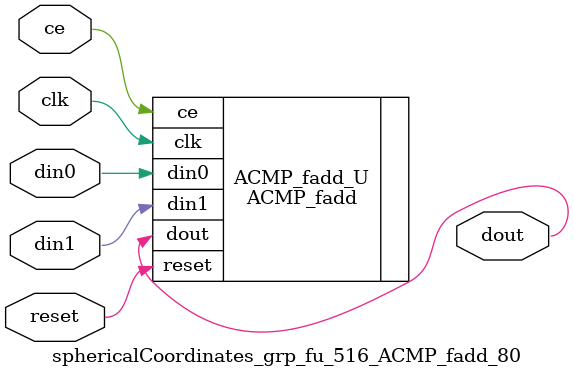
<source format=v>

`timescale 1 ns / 1 ps
module sphericalCoordinates_grp_fu_516_ACMP_fadd_80(
    clk,
    reset,
    ce,
    din0,
    din1,
    dout);

parameter ID = 32'd1;
parameter NUM_STAGE = 32'd1;
parameter din0_WIDTH = 32'd1;
parameter din1_WIDTH = 32'd1;
parameter dout_WIDTH = 32'd1;
input clk;
input reset;
input ce;
input[din0_WIDTH - 1:0] din0;
input[din1_WIDTH - 1:0] din1;
output[dout_WIDTH - 1:0] dout;



ACMP_fadd #(
.ID( ID ),
.NUM_STAGE( 4 ),
.din0_WIDTH( din0_WIDTH ),
.din1_WIDTH( din1_WIDTH ),
.dout_WIDTH( dout_WIDTH ))
ACMP_fadd_U(
    .clk( clk ),
    .reset( reset ),
    .ce( ce ),
    .din0( din0 ),
    .din1( din1 ),
    .dout( dout ));

endmodule

</source>
